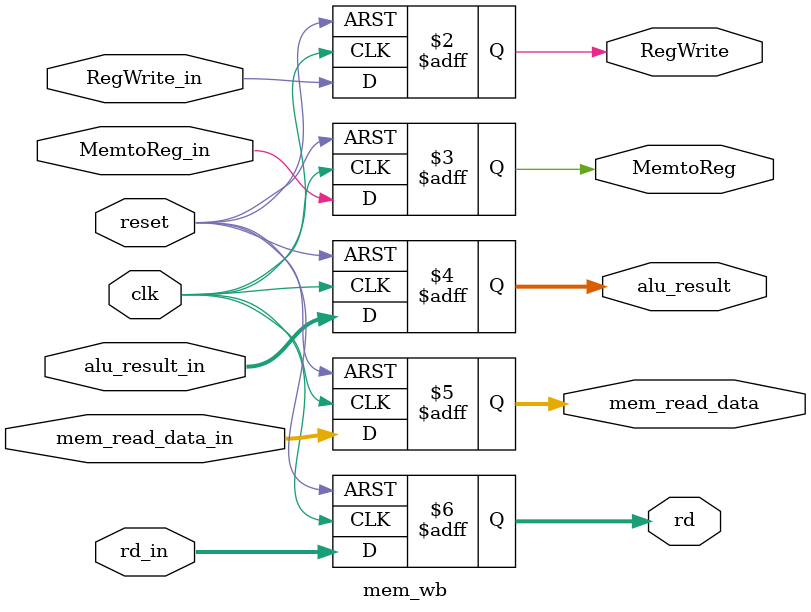
<source format=v>
module mem_wb(
    input clk, reset,
    input RegWrite_in, MemtoReg_in,
    input [31:0] alu_result_in, mem_read_data_in,
    input [4:0] rd_in,
    output reg RegWrite, MemtoReg,
    output reg [31:0] alu_result, mem_read_data,
    output reg [4:0] rd
);
always @(posedge clk or posedge reset) begin
    if (reset) begin
        RegWrite <= 0; MemtoReg <= 0;
        alu_result <= 0; mem_read_data <= 0;
        rd <= 0;
    end else begin
        RegWrite <= RegWrite_in; MemtoReg <= MemtoReg_in;
        alu_result <= alu_result_in; mem_read_data <= mem_read_data_in;
        rd <= rd_in;
    end
end
endmodule

</source>
